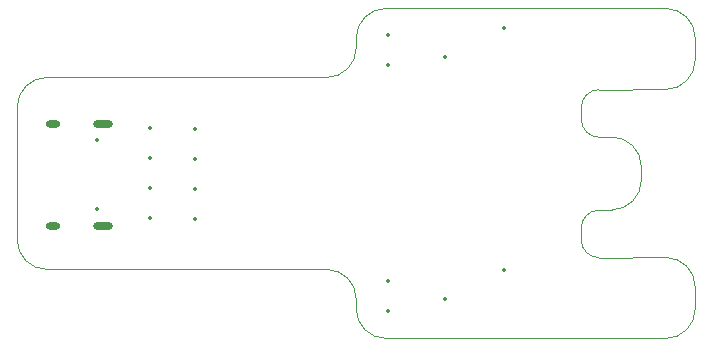
<source format=gbr>
%TF.GenerationSoftware,KiCad,Pcbnew,8.0.6*%
%TF.CreationDate,2025-01-03T23:58:44+00:00*%
%TF.ProjectId,Mini_Ammete,4d696e69-5f41-46d6-9d65-74652e6b6963,rev?*%
%TF.SameCoordinates,Original*%
%TF.FileFunction,Profile,NP*%
%FSLAX46Y46*%
G04 Gerber Fmt 4.6, Leading zero omitted, Abs format (unit mm)*
G04 Created by KiCad (PCBNEW 8.0.6) date 2025-01-03 23:58:44*
%MOMM*%
%LPD*%
G01*
G04 APERTURE LIST*
%TA.AperFunction,Profile*%
%ADD10C,0.050000*%
%TD*%
%ADD11C,0.350000*%
%ADD12O,1.700000X0.600000*%
%ADD13O,1.200000X0.600000*%
G04 APERTURE END LIST*
D10*
X148630094Y-79291500D02*
X147519376Y-79311313D01*
X148576163Y-73109079D02*
X147550217Y-73127998D01*
X147549979Y-83331500D02*
G75*
G02*
X146050000Y-81831500I21J1500000D01*
G01*
X146050000Y-80811000D02*
G75*
G02*
X147519376Y-79311313I1500000J0D01*
G01*
X147550217Y-73127998D02*
G75*
G02*
X146050002Y-71628000I-217J1499998D01*
G01*
X146050000Y-70607500D02*
G75*
G02*
X147550021Y-69107500I1500000J0D01*
G01*
X148576163Y-73109079D02*
G75*
G02*
X151130001Y-75608500I53837J-2499421D01*
G01*
X155702000Y-87670000D02*
G75*
G02*
X153202000Y-90170000I-2500000J0D01*
G01*
X155702000Y-66588000D02*
G75*
G02*
X153219285Y-69087940I-2500000J0D01*
G01*
X153202594Y-83311998D02*
G75*
G02*
X155702002Y-85812000I-594J-2500002D01*
G01*
X151130000Y-76791500D02*
G75*
G02*
X148630094Y-79291500I-2500000J0D01*
G01*
X153202000Y-62230000D02*
G75*
G02*
X155702000Y-64730000I0J-2500000D01*
G01*
X155702000Y-85812000D02*
X155702000Y-87670000D01*
X146050000Y-80811000D02*
X146050000Y-81831500D01*
X151130000Y-75608500D02*
X151130000Y-76791500D01*
X146050000Y-70607500D02*
X146050000Y-71628000D01*
X153202000Y-90170000D02*
X148590000Y-90170000D01*
X147549979Y-83331500D02*
X153202594Y-83311998D01*
X153219285Y-69087940D02*
X147550021Y-69107500D01*
X148590000Y-62230000D02*
X153202000Y-62230000D01*
X148590000Y-62230000D02*
X147614000Y-62230000D01*
X147614000Y-90170000D02*
X148590000Y-90170000D01*
X100798000Y-84328000D02*
G75*
G02*
X98298000Y-81828000I0J2500000D01*
G01*
X127000000Y-64730000D02*
G75*
G02*
X129500000Y-62230000I2500000J0D01*
G01*
X129500000Y-90170000D02*
G75*
G02*
X127000000Y-87670000I0J2500000D01*
G01*
X124500000Y-84328000D02*
G75*
G02*
X127000000Y-86828000I0J-2500000D01*
G01*
X98298000Y-70572000D02*
G75*
G02*
X100798000Y-68072000I2500000J0D01*
G01*
X127000000Y-65572000D02*
G75*
G02*
X124500000Y-68072000I-2500000J0D01*
G01*
X98298000Y-81828000D02*
X98298000Y-70572000D01*
X124500000Y-84328000D02*
X100798000Y-84328000D01*
X127000000Y-87670000D02*
X127000000Y-86828000D01*
X147614000Y-90170000D02*
X129500000Y-90170000D01*
X129500000Y-62230000D02*
X147614000Y-62230000D01*
X127000000Y-65572000D02*
X127000000Y-64730000D01*
X100798000Y-68072000D02*
X124500000Y-68072000D01*
X155702000Y-64730000D02*
X155702000Y-66588000D01*
D11*
X129650000Y-87884000D03*
X129650000Y-64516000D03*
X134476000Y-86868000D03*
X139476000Y-84368000D03*
X105026000Y-73406000D03*
X105026000Y-79186000D03*
D12*
X105526000Y-71976000D03*
D13*
X101346000Y-71976000D03*
D12*
X105526000Y-80616000D03*
D13*
X101346000Y-80616000D03*
D11*
X129650000Y-67056000D03*
X113309000Y-72400000D03*
X113309000Y-74940000D03*
X113309000Y-77480000D03*
X113309000Y-80020000D03*
X129650000Y-85344000D03*
X109499000Y-72380000D03*
X109499000Y-74920000D03*
X109499000Y-77460000D03*
X109499000Y-80000000D03*
X134476000Y-66368000D03*
X139476000Y-63868000D03*
M02*

</source>
